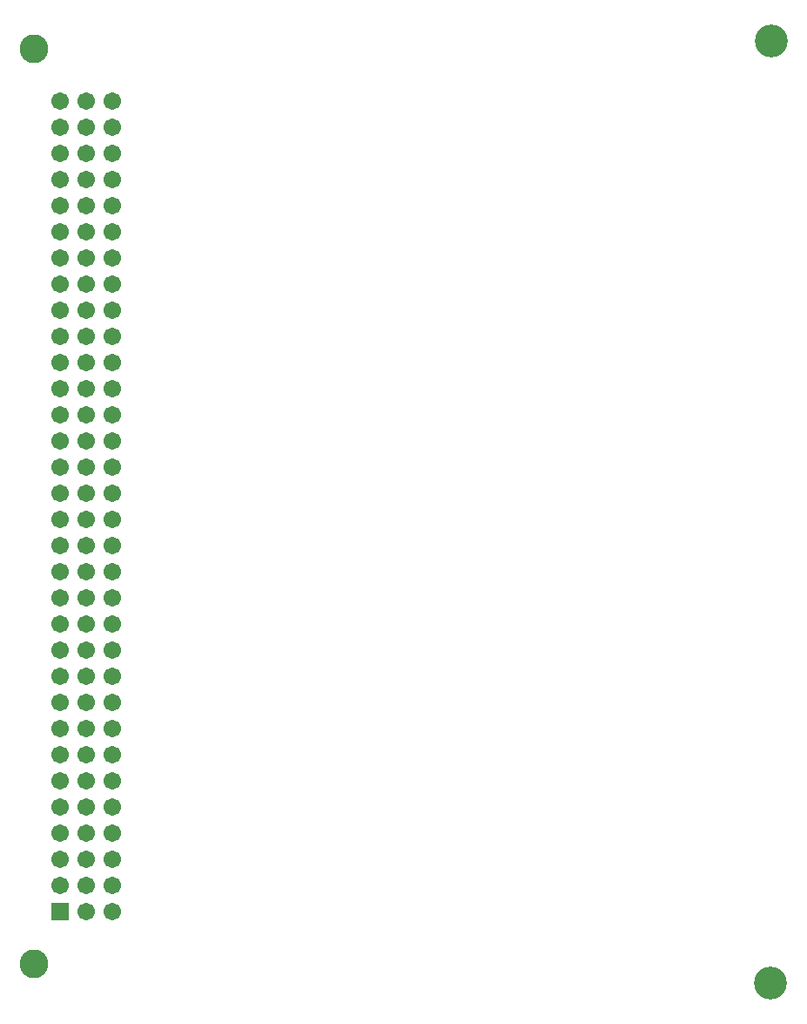
<source format=gbr>
%TF.GenerationSoftware,KiCad,Pcbnew,(7.0.0)*%
%TF.CreationDate,2023-12-30T22:17:33+02:00*%
%TF.ProjectId,alu,616c752e-6b69-4636-9164-5f7063625858,rev?*%
%TF.SameCoordinates,Original*%
%TF.FileFunction,Soldermask,Bot*%
%TF.FilePolarity,Negative*%
%FSLAX46Y46*%
G04 Gerber Fmt 4.6, Leading zero omitted, Abs format (unit mm)*
G04 Created by KiCad (PCBNEW (7.0.0)) date 2023-12-30 22:17:33*
%MOMM*%
%LPD*%
G01*
G04 APERTURE LIST*
G04 Aperture macros list*
%AMRoundRect*
0 Rectangle with rounded corners*
0 $1 Rounding radius*
0 $2 $3 $4 $5 $6 $7 $8 $9 X,Y pos of 4 corners*
0 Add a 4 corners polygon primitive as box body*
4,1,4,$2,$3,$4,$5,$6,$7,$8,$9,$2,$3,0*
0 Add four circle primitives for the rounded corners*
1,1,$1+$1,$2,$3*
1,1,$1+$1,$4,$5*
1,1,$1+$1,$6,$7*
1,1,$1+$1,$8,$9*
0 Add four rect primitives between the rounded corners*
20,1,$1+$1,$2,$3,$4,$5,0*
20,1,$1+$1,$4,$5,$6,$7,0*
20,1,$1+$1,$6,$7,$8,$9,0*
20,1,$1+$1,$8,$9,$2,$3,0*%
G04 Aperture macros list end*
%ADD10C,3.200000*%
%ADD11C,2.790000*%
%ADD12RoundRect,0.102000X-0.754000X0.754000X-0.754000X-0.754000X0.754000X-0.754000X0.754000X0.754000X0*%
%ADD13C,1.712000*%
G04 APERTURE END LIST*
D10*
%TO.C,REF\u002A\u002A*%
X113537000Y-122555000D03*
%TD*%
%TO.C,REF\u002A\u002A*%
X113669000Y-30998000D03*
%TD*%
D11*
%TO.C,J1*%
X41910000Y-31750000D03*
X41910000Y-120650000D03*
D12*
X44450000Y-115570000D03*
D13*
X44450000Y-113030000D03*
X44450000Y-110490000D03*
X44450000Y-107950000D03*
X44450000Y-105410000D03*
X44450000Y-102870000D03*
X44450000Y-100330000D03*
X44450000Y-97790000D03*
X44450000Y-95250000D03*
X44450000Y-92710000D03*
X44450000Y-90170000D03*
X44450000Y-87630000D03*
X44450000Y-85090000D03*
X44450000Y-82550000D03*
X44450000Y-80010000D03*
X44450000Y-77470000D03*
X44450000Y-74930000D03*
X44450000Y-72390000D03*
X44450000Y-69850000D03*
X44450000Y-67310000D03*
X44450000Y-64770000D03*
X44450000Y-62230000D03*
X44450000Y-59690000D03*
X44450000Y-57150000D03*
X44450000Y-54610000D03*
X44450000Y-52070000D03*
X44450000Y-49530000D03*
X44450000Y-46990000D03*
X44450000Y-44450000D03*
X44450000Y-41910000D03*
X44450000Y-39370000D03*
X44450000Y-36830000D03*
X46990000Y-115570000D03*
X46990000Y-113030000D03*
X46990000Y-110490000D03*
X46990000Y-107950000D03*
X46990000Y-105410000D03*
X46990000Y-102870000D03*
X46990000Y-100330000D03*
X46990000Y-97790000D03*
X46990000Y-95250000D03*
X46990000Y-92710000D03*
X46990000Y-90170000D03*
X46990000Y-87630000D03*
X46990000Y-85090000D03*
X46990000Y-82550000D03*
X46990000Y-80010000D03*
X46990000Y-77470000D03*
X46990000Y-74930000D03*
X46990000Y-72390000D03*
X46990000Y-69850000D03*
X46990000Y-67310000D03*
X46990000Y-64770000D03*
X46990000Y-62230000D03*
X46990000Y-59690000D03*
X46990000Y-57150000D03*
X46990000Y-54610000D03*
X46990000Y-52070000D03*
X46990000Y-49530000D03*
X46990000Y-46990000D03*
X46990000Y-44450000D03*
X46990000Y-41910000D03*
X46990000Y-39370000D03*
X46990000Y-36830000D03*
X49530000Y-115570000D03*
X49530000Y-113030000D03*
X49530000Y-110490000D03*
X49530000Y-107950000D03*
X49530000Y-105410000D03*
X49530000Y-102870000D03*
X49530000Y-100330000D03*
X49530000Y-97790000D03*
X49530000Y-95250000D03*
X49530000Y-92710000D03*
X49530000Y-90170000D03*
X49530000Y-87630000D03*
X49530000Y-85090000D03*
X49530000Y-82550000D03*
X49530000Y-80010000D03*
X49530000Y-77470000D03*
X49530000Y-74930000D03*
X49530000Y-72390000D03*
X49530000Y-69850000D03*
X49530000Y-67310000D03*
X49530000Y-64770000D03*
X49530000Y-62230000D03*
X49530000Y-59690000D03*
X49530000Y-57150000D03*
X49530000Y-54610000D03*
X49530000Y-52070000D03*
X49530000Y-49530000D03*
X49530000Y-46990000D03*
X49530000Y-44450000D03*
X49530000Y-41910000D03*
X49530000Y-39370000D03*
X49530000Y-36830000D03*
%TD*%
M02*

</source>
